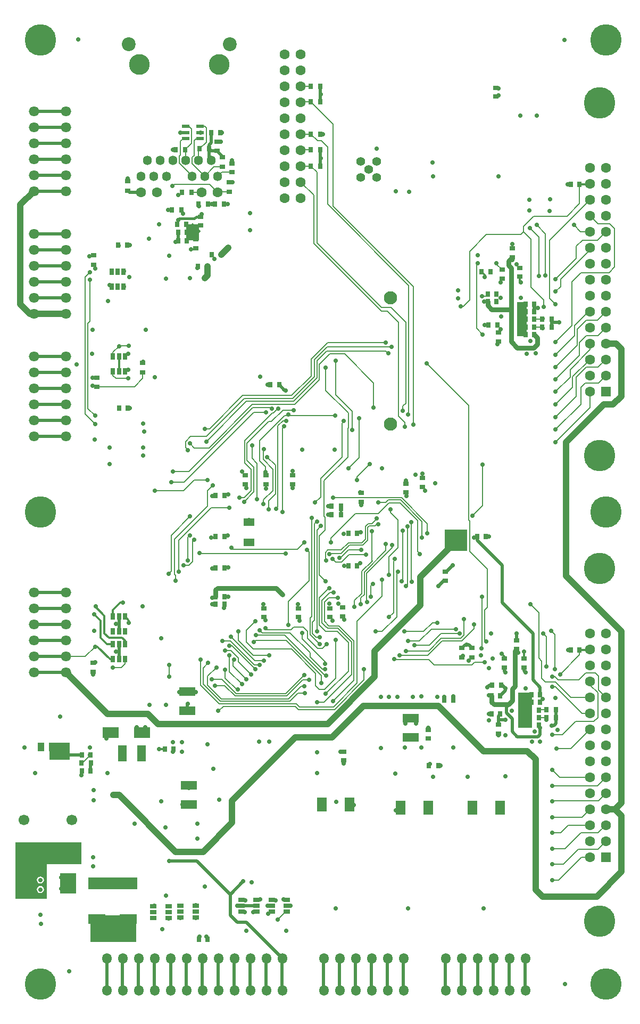
<source format=gbl>
G04 Layer_Physical_Order=4*
G04 Layer_Color=16711680*
%FSLAX44Y44*%
%MOMM*%
G71*
G01*
G75*
%ADD10R,0.8000X0.9000*%
%ADD11R,0.9000X0.8000*%
%ADD31R,2.6000X1.4000*%
%ADD36R,1.4000X2.6000*%
%ADD45R,1.5000X2.2000*%
%ADD62C,0.2000*%
%ADD63C,1.0000*%
%ADD64C,0.5000*%
%ADD66C,0.3000*%
%ADD67C,0.7500*%
%ADD73C,1.6000*%
%ADD74C,2.1000*%
%ADD75O,1.5000X1.7000*%
%ADD76O,1.4000X1.5000*%
%ADD77C,3.3000*%
%ADD78C,2.2000*%
%ADD79O,1.7000X1.5000*%
%ADD80C,1.4000*%
%ADD81R,1.6000X1.6000*%
%ADD82C,1.7000*%
%ADD83C,5.0000*%
%ADD84C,0.7000*%
%ADD85C,0.5000*%
%ADD87R,1.2000X0.6000*%
%ADD88R,0.6500X1.1000*%
%ADD89R,2.5000X1.7000*%
%ADD90R,2.5000X3.3000*%
%ADD91R,1.1000X0.6500*%
%ADD92R,2.8000X1.6000*%
%ADD93R,1.1000X1.4000*%
%ADD94R,1.7000X1.2500*%
%ADD95C,0.4000*%
%ADD96R,3.6000X3.4000*%
%ADD97R,2.2000X5.6000*%
%ADD98R,1.6000X5.5000*%
%ADD99R,3.3000X2.7000*%
%ADD100R,7.3000X4.2000*%
%ADD101R,7.8000X1.9000*%
%ADD102R,2.1000X2.5000*%
G36*
X415000Y540000D02*
X360000D01*
Y485000D01*
X310000D01*
Y575000D01*
X415000D01*
Y540000D01*
D02*
G37*
%LPC*%
G36*
X350000Y520608D02*
X347854Y520181D01*
X346035Y518965D01*
X344819Y517146D01*
X344392Y515000D01*
X344819Y512854D01*
X346035Y511035D01*
X347854Y509819D01*
X350000Y509392D01*
X352146Y509819D01*
X353965Y511035D01*
X355181Y512854D01*
X355608Y515000D01*
X355181Y517146D01*
X353965Y518965D01*
X352146Y520181D01*
X350000Y520608D01*
D02*
G37*
G36*
Y505608D02*
X347854Y505181D01*
X346035Y503965D01*
X344819Y502146D01*
X344392Y500000D01*
X344819Y497854D01*
X346035Y496035D01*
X347854Y494819D01*
X350000Y494392D01*
X352146Y494819D01*
X353965Y496035D01*
X355181Y497854D01*
X355608Y500000D01*
X355181Y502146D01*
X353965Y503965D01*
X352146Y505181D01*
X350000Y505608D01*
D02*
G37*
%LPD*%
D10*
X629000Y965000D02*
D03*
X643000D02*
D03*
X629000Y953000D02*
D03*
X643000D02*
D03*
X813380Y1109000D02*
D03*
X828620D02*
D03*
Y1096000D02*
D03*
X813380D02*
D03*
X1143000Y761000D02*
D03*
X1129000D02*
D03*
X1143000Y773000D02*
D03*
X1129000D02*
D03*
X1143000Y785000D02*
D03*
X1129000D02*
D03*
X1145500Y797500D02*
D03*
X1131500D02*
D03*
X1145500Y809500D02*
D03*
X1131500D02*
D03*
X1170620Y786000D02*
D03*
X1155380D02*
D03*
X1170620Y773000D02*
D03*
X1155380D02*
D03*
X983620Y697000D02*
D03*
X968380D02*
D03*
X1068000Y779000D02*
D03*
X1082000D02*
D03*
X1068000Y808000D02*
D03*
X1082000D02*
D03*
X1069000Y825000D02*
D03*
X1083000D02*
D03*
X1045000Y1061000D02*
D03*
X1059000D02*
D03*
X1136000Y1382000D02*
D03*
X1122000D02*
D03*
X1136000Y1394000D02*
D03*
X1122000D02*
D03*
X1136000Y1406000D02*
D03*
X1122000D02*
D03*
X1136000Y1418000D02*
D03*
X1122000D02*
D03*
X1136000Y1430000D02*
D03*
X1122000D02*
D03*
X1163620Y1406000D02*
D03*
X1148380D02*
D03*
X1163620Y1394000D02*
D03*
X1148380D02*
D03*
X1063000Y1397000D02*
D03*
X1077000D02*
D03*
X1062000Y1434000D02*
D03*
X1076000D02*
D03*
X1062000Y1446000D02*
D03*
X1076000D02*
D03*
X1066000Y1482000D02*
D03*
X1052000D02*
D03*
X795620Y1649500D02*
D03*
X780380D02*
D03*
X795620Y1675500D02*
D03*
X780380D02*
D03*
Y1700500D02*
D03*
X795620D02*
D03*
Y1751500D02*
D03*
X780380D02*
D03*
X795620Y1776500D02*
D03*
X780380D02*
D03*
X603380Y1677000D02*
D03*
X618620D02*
D03*
X580620Y1676000D02*
D03*
X565380D02*
D03*
X636000Y1703000D02*
D03*
X622000D02*
D03*
X575380Y1608000D02*
D03*
X590620D02*
D03*
X601380Y1589000D02*
D03*
X616620D02*
D03*
X628000Y1589000D02*
D03*
X642000D02*
D03*
X559380Y1580000D02*
D03*
X574620D02*
D03*
X568000Y1557000D02*
D03*
X582000D02*
D03*
X569000Y1544000D02*
D03*
X583000D02*
D03*
X569000Y1531000D02*
D03*
X583000D02*
D03*
X637620Y1509000D02*
D03*
X622380D02*
D03*
X615620Y1490000D02*
D03*
X600380D02*
D03*
X548000Y723000D02*
D03*
X562000D02*
D03*
X430000Y714000D02*
D03*
X416000D02*
D03*
X415380Y701000D02*
D03*
X430620D02*
D03*
X430000Y688000D02*
D03*
X416000D02*
D03*
X616000Y421000D02*
D03*
X602000D02*
D03*
X629000Y1011000D02*
D03*
X643000D02*
D03*
X993000Y801000D02*
D03*
X1007000D02*
D03*
X1208000Y1621000D02*
D03*
X1194000D02*
D03*
X1208000Y881000D02*
D03*
X1194000D02*
D03*
X488000Y1524000D02*
D03*
X474000D02*
D03*
X489000Y1265000D02*
D03*
X475000D02*
D03*
X730000Y1302000D02*
D03*
X716000D02*
D03*
X854000Y1014000D02*
D03*
X840000D02*
D03*
X854000Y1066000D02*
D03*
X840000D02*
D03*
X629000Y1126000D02*
D03*
X643000D02*
D03*
X629000Y1061000D02*
D03*
X643000D02*
D03*
D11*
X967000Y740000D02*
D03*
Y754000D02*
D03*
X1079000Y748000D02*
D03*
Y762000D02*
D03*
X1088000Y867000D02*
D03*
Y853000D02*
D03*
X1108000Y882000D02*
D03*
Y896000D02*
D03*
X1120000Y867000D02*
D03*
Y853000D02*
D03*
X1037000Y868380D02*
D03*
Y883620D02*
D03*
X1021000Y868380D02*
D03*
Y883620D02*
D03*
X994000Y1005000D02*
D03*
Y991000D02*
D03*
X1079000Y1371000D02*
D03*
Y1385000D02*
D03*
X1085000Y1485000D02*
D03*
Y1471000D02*
D03*
X1113000Y1488000D02*
D03*
Y1474000D02*
D03*
X1101000Y1505000D02*
D03*
Y1519000D02*
D03*
X631000Y1674000D02*
D03*
Y1688000D02*
D03*
X640000Y1648380D02*
D03*
Y1663620D02*
D03*
X655000Y1640000D02*
D03*
Y1654000D02*
D03*
X651000Y1623620D02*
D03*
Y1608380D02*
D03*
X605000Y1569000D02*
D03*
Y1555000D02*
D03*
X597000Y1519000D02*
D03*
Y1533000D02*
D03*
X513000Y1336620D02*
D03*
Y1321380D02*
D03*
X440000Y1299000D02*
D03*
Y1313000D02*
D03*
X434000Y860000D02*
D03*
Y846000D02*
D03*
X489000Y1625620D02*
D03*
Y1610380D02*
D03*
X435000Y1492380D02*
D03*
Y1507620D02*
D03*
X833000Y719000D02*
D03*
Y705000D02*
D03*
X709000Y1158000D02*
D03*
Y1144000D02*
D03*
X1075000Y1760000D02*
D03*
Y1774000D02*
D03*
X811000Y933000D02*
D03*
Y947000D02*
D03*
X958000Y1154000D02*
D03*
Y1140000D02*
D03*
X932000Y1145000D02*
D03*
Y1131000D02*
D03*
X706000Y933000D02*
D03*
Y947000D02*
D03*
X761000Y933000D02*
D03*
Y947000D02*
D03*
X831000Y934000D02*
D03*
Y948000D02*
D03*
X861000Y1130000D02*
D03*
Y1116000D02*
D03*
X751000Y1158000D02*
D03*
Y1144000D02*
D03*
X676000Y1158000D02*
D03*
Y1144000D02*
D03*
D31*
X939000Y741760D02*
D03*
Y772240D02*
D03*
X584000Y814240D02*
D03*
Y783760D02*
D03*
X586000Y634760D02*
D03*
Y665240D02*
D03*
D36*
X511240Y716000D02*
D03*
X480760D02*
D03*
D45*
X1082000Y630000D02*
D03*
X1038000D02*
D03*
X967000D02*
D03*
X923000D02*
D03*
X842000Y635000D02*
D03*
X798000D02*
D03*
D62*
X1031500Y1087000D02*
Y1269500D01*
Y1087000D02*
X1033000Y1085500D01*
Y1037000D02*
Y1085500D01*
Y1037000D02*
X1061000Y1009000D01*
Y948000D02*
Y1009000D01*
X1057000Y944000D02*
X1061000Y948000D01*
X966000Y1066000D02*
Y1081657D01*
X950000Y1037000D02*
X954000Y1033000D01*
X1130000Y953000D02*
X1143000Y940000D01*
X1038000Y1094000D02*
X1054000Y1110000D01*
X1019000Y899000D02*
X1024000Y904000D01*
Y930000D01*
X1053000Y886000D02*
Y965000D01*
X1051000Y884000D02*
X1053000Y886000D01*
X1051000Y884000D02*
X1052000Y883000D01*
X1199000Y1556000D02*
X1209600Y1545400D01*
X1224600D01*
X619000Y1232000D02*
X672000Y1285000D01*
X807000Y1369000D02*
X900000D01*
X781000Y1343000D02*
X807000Y1369000D01*
X781000Y1316000D02*
Y1343000D01*
X750000Y1285000D02*
X781000Y1316000D01*
X672000Y1285000D02*
X750000D01*
X753000Y1276000D02*
X790000Y1313000D01*
X678000Y1276000D02*
X753000D01*
X614000Y1212000D02*
X678000Y1276000D01*
X751343Y1280000D02*
X786000Y1314657D01*
X674000Y1280000D02*
X751343D01*
X613828Y1219828D02*
X674000Y1280000D01*
X786000Y1314657D02*
Y1341657D01*
X794000Y1310000D02*
Y1334000D01*
X755000Y1271000D02*
X794000Y1310000D01*
X612000Y1232000D02*
X619000D01*
X900000Y1356000D02*
X904000Y1352000D01*
X806343Y1362000D02*
X909000D01*
X786000Y1341657D02*
X806343Y1362000D01*
X588828Y1219828D02*
X613828D01*
X581000Y1212000D02*
X588828Y1219828D01*
X581000Y1202000D02*
Y1212000D01*
Y1202000D02*
X585000Y1198000D01*
X902000Y1419000D02*
X920000Y1401000D01*
Y1252000D02*
Y1401000D01*
X908000Y1425000D02*
X932000Y1401000D01*
X806000Y1356000D02*
X900000D01*
X790000Y1340000D02*
X806000Y1356000D01*
X790000Y1313000D02*
Y1340000D01*
X834000Y1351000D02*
X880000Y1305000D01*
X811000Y1351000D02*
X834000D01*
X794000Y1334000D02*
X811000Y1351000D01*
X595172Y1201828D02*
X618172D01*
X588000Y1209000D02*
X595172Y1201828D01*
X688000Y1266000D02*
X716000D01*
X586000Y1164000D02*
X688000Y1266000D01*
X555000Y838000D02*
Y857000D01*
X579000Y1147000D02*
X690000Y1258000D01*
X1136000Y1394000D02*
X1149000D01*
X1224600Y1570800D02*
X1237400Y1558000D01*
X1256000D01*
X1264000Y1550000D01*
Y1489000D02*
Y1550000D01*
X1255200Y1480200D02*
X1264000Y1489000D01*
X1210200Y1480200D02*
X1255200D01*
X1196000Y1466000D02*
X1210200Y1480200D01*
X1196000Y1396000D02*
Y1466000D01*
X1170000Y1370000D02*
X1196000Y1396000D01*
X1160500Y1439500D02*
X1170000Y1430000D01*
X1160500Y1532100D02*
X1224600Y1596200D01*
X1160500Y1439500D02*
Y1532100D01*
X1224600Y1516600D02*
Y1520000D01*
X1178000Y1470000D02*
X1224600Y1516600D01*
X1178000Y1458000D02*
Y1470000D01*
X1170000Y1450000D02*
X1178000Y1458000D01*
X1236600Y1532000D02*
X1250000Y1545400D01*
X1213000Y1532000D02*
X1236600D01*
X1203000Y1522000D02*
X1213000Y1532000D01*
X1203000Y1503000D02*
Y1522000D01*
X1170000Y1470000D02*
X1203000Y1503000D01*
X728000Y452000D02*
X740500Y464500D01*
X742000D01*
X690000Y1258000D02*
X709000D01*
X1140000Y1556000D02*
X1154000Y1542000D01*
Y1476000D02*
Y1542000D01*
X1129000Y1551000D02*
X1143000Y1537000D01*
Y1475000D02*
Y1537000D01*
X1222400Y1418400D02*
X1224600D01*
X1200000Y1396000D02*
X1222400Y1418400D01*
X1200000Y1380000D02*
Y1396000D01*
X1170000Y1350000D02*
X1200000Y1380000D01*
X1236600Y1405000D02*
X1250000Y1418400D01*
X1219000Y1405000D02*
X1236600D01*
X1204000Y1390000D02*
X1219000Y1405000D01*
X1204000Y1364500D02*
Y1390000D01*
X1170000Y1330500D02*
X1204000Y1364500D01*
X1237000Y1380000D02*
X1250000Y1393000D01*
X1219000Y1380000D02*
X1237000D01*
X1208000Y1369000D02*
X1219000Y1380000D01*
X1208000Y1349000D02*
Y1369000D01*
X1170000Y1311000D02*
X1208000Y1349000D01*
X1224600Y1357756D02*
Y1367600D01*
X1193000Y1326156D02*
X1224600Y1357756D01*
X1193000Y1314000D02*
Y1326156D01*
X1170000Y1291000D02*
X1193000Y1314000D01*
X1197000Y1314600D02*
X1224600Y1342200D01*
X1197000Y1298000D02*
Y1314600D01*
X1170000Y1271000D02*
X1197000Y1298000D01*
X1237800Y1330000D02*
X1250000Y1342200D01*
X1219000Y1330000D02*
X1237800D01*
X1203000Y1314000D02*
X1219000Y1330000D01*
X1203000Y1284000D02*
Y1314000D01*
X1170000Y1251000D02*
X1203000Y1284000D01*
X1238200Y1305000D02*
X1250000Y1316800D01*
X1217000Y1305000D02*
X1238200D01*
X1210000Y1298000D02*
X1217000Y1305000D01*
X1210000Y1271000D02*
Y1298000D01*
X1170000Y1231000D02*
X1210000Y1271000D01*
X1224600Y1265634D02*
Y1291400D01*
X1170000Y1211034D02*
X1224600Y1265634D01*
X767657Y833000D02*
X778000D01*
X742157Y807500D02*
X767657Y833000D01*
X659651Y807500D02*
X742157D01*
X740500Y811500D02*
X770000Y841000D01*
X661308Y811500D02*
X740500D01*
X644000Y836000D02*
Y849000D01*
X651000Y846000D02*
Y872000D01*
Y846000D02*
X671000Y826000D01*
X746998Y908000D02*
X778999Y875999D01*
Y869658D02*
Y875999D01*
Y869658D02*
X798657Y850000D01*
X803000D01*
X739000Y904000D02*
X803000Y840000D01*
X805000D01*
X945000Y888000D02*
X969000D01*
X935000Y895000D02*
X953000D01*
X1163000Y911000D02*
X1169000Y905000D01*
Y850000D02*
Y905000D01*
X1150000Y907000D02*
X1155000Y902000D01*
Y854000D02*
Y902000D01*
X421400Y870400D02*
X437000Y886000D01*
X390400Y870400D02*
X421400D01*
X764200Y1776500D02*
X780380D01*
X764400Y1675500D02*
X780380D01*
Y1700500D02*
X790880Y1690000D01*
X764000Y1649700D02*
X780180D01*
X764000Y1700500D02*
X780380D01*
X764000Y1751300D02*
X769700D01*
X764200Y1751500D02*
X780380D01*
X935000Y1255000D02*
X936000Y1256000D01*
X926999Y1267999D02*
X932000Y1273000D01*
X926999Y1260998D02*
Y1267999D01*
X920000Y1252000D02*
X930000Y1242000D01*
X932000Y1273000D02*
Y1401000D01*
X930000Y1235000D02*
Y1242000D01*
X900000Y1038657D02*
Y1049000D01*
X865500Y969000D02*
Y1004157D01*
X900000Y1038657D01*
X860000Y963500D02*
X865500Y969000D01*
X860000Y953000D02*
Y963500D01*
X910000Y1043000D02*
Y1047000D01*
X869500Y1002500D02*
X910000Y1043000D01*
X869500Y957500D02*
X870000Y957000D01*
X869500Y957500D02*
Y1002500D01*
X830000Y1241000D02*
X834000Y1245000D01*
X830000Y1187000D02*
Y1241000D01*
X804000Y1293000D02*
X840000Y1257000D01*
Y1233692D02*
Y1257000D01*
X839500Y1233192D02*
X840000Y1233692D01*
X839500Y1187500D02*
Y1233192D01*
X801500Y1149500D02*
X839500Y1187500D01*
X804000Y1293000D02*
Y1329000D01*
X796000Y1153000D02*
X830000Y1187000D01*
X796000Y1124000D02*
Y1153000D01*
X787000Y1115000D02*
X796000Y1124000D01*
X804000Y811000D02*
X805000Y812000D01*
Y809000D02*
Y812000D01*
X917000Y933000D02*
Y1003000D01*
X919000Y1005000D01*
X728000Y1237000D02*
X736000Y1245000D01*
X728000Y1108000D02*
Y1237000D01*
X735000Y1233000D02*
X738000Y1236000D01*
X735000Y1100000D02*
Y1233000D01*
X736000Y1245000D02*
X741000D01*
X679000Y1209000D02*
X713500Y1243500D01*
X820000Y1286000D02*
Y1340000D01*
Y1286000D02*
X846000Y1260000D01*
Y1230000D02*
Y1260000D01*
X675000Y1178000D02*
Y1213000D01*
Y1178000D02*
X685000Y1168000D01*
Y1134000D02*
Y1168000D01*
X674000Y1123000D02*
X685000Y1134000D01*
X667000Y1123000D02*
X674000D01*
X679000Y1182000D02*
Y1209000D01*
Y1182000D02*
X690000Y1171000D01*
Y1132000D02*
Y1171000D01*
X674000Y1116000D02*
X690000Y1132000D01*
X725000Y1105000D02*
X728000Y1108000D01*
X604500Y1033500D02*
X740000D01*
X603000Y1035000D02*
X604500Y1033500D01*
X801500Y1093308D02*
Y1149500D01*
Y1093308D02*
X803000Y1091808D01*
Y1071000D02*
Y1091808D01*
X794000Y1062000D02*
X803000Y1071000D01*
X794000Y1000000D02*
Y1062000D01*
Y1000000D02*
X804000Y990000D01*
X885000Y1080000D02*
X888000D01*
X882500Y1077500D02*
X885000Y1080000D01*
X873500Y1077500D02*
X882500D01*
X877843Y1081500D02*
X885000Y1088657D01*
Y1090000D01*
X877500Y1022814D02*
Y1069772D01*
Y1022814D02*
X878000Y1022314D01*
X871000Y1055000D02*
Y1075000D01*
X867000Y1056657D02*
Y1076657D01*
X871843Y1081500D01*
X871000Y1075000D02*
X873500Y1077500D01*
X871843Y1081500D02*
X877843D01*
X907000Y1099000D02*
X919000Y1087000D01*
X907000Y1099000D02*
Y1104000D01*
X1237000Y773000D02*
Y812743D01*
X1231000Y767000D02*
X1237000Y773000D01*
X1202000Y767000D02*
X1231000D01*
X1238000Y817400D02*
X1250000Y805400D01*
X1238000Y817400D02*
Y839000D01*
X1233000Y844000D02*
X1238000Y839000D01*
X1194000Y724000D02*
X1224600Y754600D01*
X1171000Y724000D02*
X1194000D01*
X779000Y905343D02*
X794343Y890000D01*
X861343Y1051000D02*
X867000Y1056657D01*
X840343Y1051000D02*
X861343D01*
X828842Y1039499D02*
X840343Y1051000D01*
X807307Y1039499D02*
X828842D01*
X803499Y1035691D02*
X807307Y1039499D01*
X803499Y1024501D02*
Y1035691D01*
Y1024501D02*
X805000Y1023000D01*
X810500Y1033500D02*
X828500D01*
X809999Y1032999D02*
X810500Y1033500D01*
X828500D02*
X842000Y1047000D01*
X863000D01*
X871000Y1055000D01*
X790000Y798000D02*
X801000D01*
X809000Y964000D02*
X823000D01*
X802000Y957000D02*
X809000Y964000D01*
X802000Y926000D02*
Y957000D01*
X811000Y972000D02*
X817000D01*
X798000Y959000D02*
X811000Y972000D01*
X798000Y924000D02*
Y959000D01*
X809000Y979000D02*
X810000D01*
X794000Y964000D02*
X809000Y979000D01*
X794000Y920000D02*
Y964000D01*
X940500Y989500D02*
Y1083500D01*
Y989500D02*
X941000Y989000D01*
X940000Y1084000D02*
X940500Y1083500D01*
X934000Y984000D02*
Y1077000D01*
X932000Y982000D02*
X934000Y984000D01*
X927000Y992000D02*
Y1070000D01*
X925000Y990000D02*
X927000Y992000D01*
X912000Y940000D02*
Y1022000D01*
X905000Y933000D02*
X912000Y940000D01*
X850000Y949000D02*
Y959157D01*
X861500Y970657D01*
Y1005814D01*
X878000Y1022314D01*
X705000Y1113000D02*
Y1119000D01*
X720000Y1134000D01*
X713000Y1117808D02*
X724000Y1128808D01*
X713000Y1104000D02*
Y1117808D01*
X724000Y1128808D02*
Y1174000D01*
X695000Y1120000D02*
Y1177000D01*
X919000Y1043000D02*
Y1087000D01*
X905000Y1029000D02*
X919000Y1043000D01*
X905000Y1000000D02*
Y1029000D01*
X841000Y1032000D02*
X868000D01*
X829096Y1020096D02*
X841000Y1032000D01*
X819904Y1020096D02*
X829096D01*
X815000Y1025000D02*
X819904Y1020096D01*
X840657Y1040000D02*
X861000D01*
X827657Y1027000D02*
X840657Y1040000D01*
X745000Y920000D02*
Y958000D01*
X778000Y991000D01*
Y1036000D01*
X774000Y1040000D02*
X778000Y1036000D01*
X783000Y907000D02*
X789000Y901000D01*
X795000D01*
X779000Y905343D02*
Y931000D01*
X782000Y1091000D02*
X782000Y1091000D01*
Y934000D02*
Y1091000D01*
X779000Y931000D02*
X782000Y934000D01*
X790000Y1071000D02*
X796500Y1077500D01*
X790000Y1064657D02*
Y1071000D01*
X790000Y1064657D02*
X790000Y1064657D01*
X790000Y1061343D02*
Y1064657D01*
Y1061343D02*
X790000Y1061343D01*
X786000Y1066314D02*
X786000Y1066314D01*
X786000Y1059686D02*
Y1066314D01*
Y1059686D02*
X786000Y1059686D01*
X790000Y910000D02*
Y1061343D01*
X786000Y1066314D02*
Y1081000D01*
Y928000D02*
Y1059686D01*
Y1081000D02*
X790000Y1085000D01*
X783000Y925000D02*
X786000Y928000D01*
X783000Y907000D02*
Y925000D01*
X876000Y983000D02*
X879000Y986000D01*
X876000Y965000D02*
Y983000D01*
X1165000Y690000D02*
X1176600Y678400D01*
X1224600D01*
X1165000Y665000D02*
X1236600D01*
X1250000Y678400D01*
X1166000Y641000D02*
X1238000D01*
X1250000Y653000D01*
X1165000Y615000D02*
X1212000D01*
X1224600Y627600D01*
X1165000Y590000D02*
X1178000D01*
X1190200Y602200D01*
X1224600D01*
X1165000Y565000D02*
X1185000D01*
X1210000Y590000D01*
X1237800D01*
X1250000Y602200D01*
X1165000Y540000D02*
X1182000D01*
X1206000Y564000D01*
X1237200D01*
X1250000Y576800D01*
X1165000Y515000D02*
X1175000D01*
X1211400Y551400D01*
X1224600D01*
X513000Y1312000D02*
Y1321380D01*
X500000Y1299000D02*
X513000Y1312000D01*
X440000Y1299000D02*
X500000D01*
X421000Y1256000D02*
X437000Y1240000D01*
X421000Y1256000D02*
Y1473000D01*
X429000Y1481000D01*
X425850Y1264150D02*
X437000Y1253000D01*
X425850Y1264150D02*
Y1399850D01*
X429000Y1403000D01*
Y1469000D01*
X417000Y701000D02*
X430000Y714000D01*
X1088000Y867000D02*
Y870500D01*
X1076000Y1494000D02*
X1085000Y1485000D01*
X1053000Y1443000D02*
X1059000D01*
X1136000Y1406000D02*
X1148000D01*
X470000Y1312000D02*
X490000D01*
X465500Y1316500D02*
X470000Y1312000D01*
X465500Y1316500D02*
Y1323000D01*
X657000Y855000D02*
X678000Y834000D01*
X657000Y855000D02*
Y863000D01*
X665000Y862000D02*
X685000Y842000D01*
X665000Y862000D02*
Y868000D01*
X653000Y880000D02*
X665000Y868000D01*
X644000Y880000D02*
X653000D01*
X655000Y887000D02*
X692000Y850000D01*
X651000Y887000D02*
X655000D01*
X687000Y1185000D02*
Y1206000D01*
X720000Y1134000D02*
Y1168000D01*
X711000Y1187000D02*
X724000Y1174000D01*
X687000Y1185000D02*
X695000Y1177000D01*
X704500Y1183500D02*
X720000Y1168000D01*
X969000Y888000D02*
X988000Y907000D01*
X1017000D01*
X953000Y895000D02*
X972000Y914000D01*
X1011000D01*
X988000Y899000D02*
X1019000D01*
X968000Y879000D02*
X988000Y899000D01*
X932000Y879000D02*
X968000D01*
X1040000Y914343D02*
Y921000D01*
X1020657Y895000D02*
X1040000Y914343D01*
X989657Y895000D02*
X1020657D01*
X966657Y872000D02*
X989657Y895000D01*
X922000Y872000D02*
X966657D01*
X767000Y898000D02*
Y908000D01*
X799000Y883000D02*
X806000Y890000D01*
X791000Y883000D02*
X799000D01*
X775000Y899000D02*
X791000Y883000D01*
X775000Y899000D02*
Y910000D01*
X768000Y917000D02*
X775000Y910000D01*
X753000Y917000D02*
X768000D01*
X749000Y913000D02*
X753000Y917000D01*
X710000Y913000D02*
X749000D01*
X803000Y859000D02*
Y862000D01*
X767000Y898000D02*
X803000Y862000D01*
X765000Y823000D02*
X770000D01*
X745000Y803000D02*
X765000Y823000D01*
X638000Y803000D02*
X745000D01*
X616000Y825000D02*
X638000Y803000D01*
X760000Y812000D02*
X771000D01*
X747000Y799000D02*
X760000Y812000D01*
X636343Y799000D02*
X747000D01*
X609000Y826343D02*
X636343Y799000D01*
X585000Y1023000D02*
Y1060000D01*
X588000Y1063000D01*
X578000Y1015000D02*
X586192D01*
X592000Y1020808D01*
Y1053000D01*
X595000Y1056000D01*
X605000Y824686D02*
Y865000D01*
Y824686D02*
X634686Y795000D01*
X757000D01*
X762000Y790000D01*
X816192D01*
X894000Y966000D02*
Y992000D01*
X578000Y1134000D02*
X595000Y1151000D01*
X616000D01*
X532000Y1134000D02*
X578000D01*
X563500Y1000808D02*
X565000Y999308D01*
Y991000D02*
Y999308D01*
X609000Y826343D02*
Y852000D01*
X617000Y860000D01*
X616000Y825000D02*
Y839000D01*
X630000Y853000D01*
X623000Y834000D02*
X638808D01*
X661308Y811500D01*
X628000Y824000D02*
X643151D01*
X659651Y807500D01*
X641000Y791000D02*
X755343D01*
X760343Y786000D01*
X818000D01*
X716000Y1266000D02*
X718000Y1264000D01*
X618172Y1201828D02*
X687343Y1271000D01*
X755000D01*
X719500Y1257500D02*
X720692D01*
X727442Y1264250D02*
X728250D01*
X720692Y1257500D02*
X727442Y1264250D01*
X675000Y1213000D02*
X719500Y1257500D01*
X713500Y1243500D02*
X717500D01*
X704500Y1198500D02*
X706000Y1200000D01*
X704500Y1183500D02*
Y1198500D01*
X708500Y1163500D02*
Y1171500D01*
X699000Y1181000D02*
X708500Y1171500D01*
X699000Y1181000D02*
Y1213657D01*
X738343Y1253000D01*
X1151000Y1426000D02*
Y1437000D01*
X1131000Y1457000D02*
X1151000Y1437000D01*
X1019000Y1427000D02*
X1023000D01*
X880000Y1266000D02*
Y1305000D01*
X560000Y1618000D02*
X563000Y1621000D01*
X619000D01*
X590620Y1608000D02*
X606600D01*
X581150Y1658900D02*
Y1675470D01*
X601450Y1658900D02*
Y1675070D01*
X626480Y1648380D02*
X640000D01*
X611600Y1633500D02*
X626480Y1648380D01*
X631900Y1633500D02*
X638400Y1640000D01*
X655000D01*
X591300Y1633500D02*
Y1634108D01*
X571150Y1654258D02*
X591300Y1634108D01*
X571150Y1654258D02*
Y1665392D01*
X573000Y1667242D01*
Y1689000D01*
X577500Y1693500D01*
X581500D01*
X603380Y1677000D02*
X614000Y1687620D01*
Y1710000D01*
X611500Y1712500D02*
X614000Y1710000D01*
X604500Y1712500D02*
X611500D01*
X581500D02*
X586500D01*
X590500Y1708500D01*
Y1685500D02*
Y1708500D01*
X585000Y1680000D02*
X590500Y1685500D01*
X598000Y1693500D02*
X604500D01*
X594500Y1690000D02*
X598000Y1693500D01*
X594500Y1666592D02*
Y1690000D01*
X591450Y1663542D02*
X594500Y1666592D01*
X591450Y1653650D02*
Y1663542D01*
Y1653650D02*
X611600Y1633500D01*
X1041000Y861000D02*
X1057000D01*
X1037000Y857000D02*
X1041000Y861000D01*
X977000Y857000D02*
X1037000D01*
X913000Y866000D02*
X913500Y865500D01*
X968500D01*
X977000Y857000D01*
X797000Y828000D02*
Y840343D01*
X741343Y896000D02*
X797000Y840343D01*
X690657Y857000D02*
X699000D01*
X652657Y895000D02*
X690657Y857000D01*
X640000Y895000D02*
X652657D01*
X653000Y902000D02*
X691000Y864000D01*
X706000D01*
X665000Y895657D02*
Y910000D01*
Y895657D02*
X688657Y872000D01*
X714000D01*
X699000Y912000D02*
X703000Y908000D01*
X693000Y904000D02*
X739000D01*
X703000Y908000D02*
X746998D01*
X708000Y915000D02*
X710000Y913000D01*
X693000Y896000D02*
X741343D01*
X690000Y893000D02*
X693000Y896000D01*
X818000Y786000D02*
X865000Y833000D01*
Y850000D01*
X816192Y790000D02*
X854000Y827808D01*
Y926000D01*
X894000Y966000D01*
X816000Y799000D02*
X849000Y832000D01*
Y895000D01*
X801000Y798000D02*
X845000Y842000D01*
X805000Y812000D02*
X840000Y847000D01*
Y892686D01*
X825000Y919000D02*
X849000Y895000D01*
X809000Y919000D02*
X825000D01*
X802000Y926000D02*
X809000Y919000D01*
X845000Y842000D02*
Y893343D01*
X823343Y915000D02*
X845000Y893343D01*
X807343Y915000D02*
X823343D01*
X805343Y917000D02*
X807343Y915000D01*
X805000Y917000D02*
X805343D01*
X798000Y924000D02*
X805000Y917000D01*
X822686Y910000D02*
X840000Y892686D01*
X804000Y910000D02*
X822686D01*
X794000Y920000D02*
X804000Y910000D01*
X820000Y836000D02*
Y897000D01*
X802000Y818000D02*
X820000Y836000D01*
X794000Y818000D02*
X802000D01*
X788000Y824000D02*
X794000Y818000D01*
X788000Y824000D02*
Y843686D01*
X749686Y882000D02*
X788000Y843686D01*
X689000Y882000D02*
X749686D01*
X678000Y893000D02*
X689000Y882000D01*
X678000Y893000D02*
Y912000D01*
X692000Y926000D01*
X693000Y927000D01*
X717500Y1243500D02*
X736000Y1262000D01*
X753000D01*
X738343Y1253000D02*
X819000D01*
X1131000Y1457000D02*
Y1533000D01*
X1119000Y1545000D02*
X1131000Y1533000D01*
X1119000Y1545000D02*
Y1554000D01*
X1135000Y1570000D01*
X1188000D01*
X1208000Y1590000D01*
Y1621000D01*
X634000Y784000D02*
X641000Y791000D01*
X633000Y784000D02*
X634000D01*
X644000Y836000D02*
X663000Y817000D01*
X484500Y858500D02*
Y866000D01*
X479000Y853000D02*
X484500Y858500D01*
X465000Y853000D02*
X479000D01*
X1218000Y844000D02*
X1233000D01*
X1177000Y842000D02*
X1208000Y873000D01*
Y881000D01*
X1144000Y786000D02*
X1155000D01*
X1155500Y786500D01*
X1143000Y773000D02*
X1155380D01*
X1057000Y897000D02*
X1060000Y894000D01*
X1057000Y897000D02*
Y944000D01*
X1033000Y1437000D02*
Y1514000D01*
X1060000Y1541000D01*
X1115000D01*
X1119000Y1545000D01*
X1023000Y1427000D02*
X1033000Y1437000D01*
X1054000Y1110000D02*
Y1175000D01*
X1044000Y1392000D02*
X1054000Y1382000D01*
X1044000Y1392000D02*
Y1493000D01*
X1046000Y1495000D01*
X1207000Y833000D02*
X1218000Y844000D01*
X1165000Y822000D02*
X1170000D01*
X1212000Y780000D01*
X1224600D01*
X1165000Y838000D02*
X1169000D01*
X1174000Y833000D01*
X1207000D01*
X1194600Y805400D02*
X1224600D01*
X1170000Y830000D02*
X1194600Y805400D01*
X1154000Y830000D02*
X1170000D01*
X654000Y1043000D02*
X656000Y1041000D01*
X759000D01*
X770000Y1052000D01*
X900000Y1115000D02*
X904000Y1119000D01*
X888000Y1115000D02*
X900000D01*
X812000Y1052000D02*
Y1058000D01*
X851000Y1097000D01*
X887657D01*
X904657Y1114000D01*
X922343D01*
X904000Y1119000D02*
X923000D01*
X957000Y1085000D01*
Y1059000D02*
Y1085000D01*
X924657Y1123000D02*
X966000Y1081657D01*
X816000Y1123000D02*
X924657D01*
X922343Y1114000D02*
X950000Y1086343D01*
X476000Y1364000D02*
X491000D01*
X465500Y1347000D02*
Y1353500D01*
X475000Y1363000D01*
X1148000Y836000D02*
Y863000D01*
X1143000Y868000D02*
X1148000Y863000D01*
Y836000D02*
X1154000Y830000D01*
X1165000Y746000D02*
X1181000D01*
X1202000Y767000D01*
X950000Y1037000D02*
Y1086343D01*
X632380Y1608380D02*
X651000D01*
X619000Y1621000D02*
X632000Y1608000D01*
X883500Y910000D02*
X894000D01*
X917000Y933000D01*
X929000Y910000D02*
X960000D01*
X974000Y924000D01*
X982000D01*
X854000Y1151000D02*
Y1156000D01*
X874000Y1176000D01*
X857000Y1186000D02*
Y1249000D01*
X840000Y1169000D02*
X857000Y1186000D01*
X764000Y1624300D02*
X785000Y1603300D01*
X780380Y1649500D02*
X790000Y1639880D01*
X797000Y1690000D02*
X807000Y1680000D01*
X790880Y1690000D02*
X797000D01*
X780380Y1751500D02*
X816000Y1715880D01*
X785000Y1527000D02*
Y1603300D01*
Y1527000D02*
X893000Y1419000D01*
X902000D01*
X790000Y1527657D02*
Y1639880D01*
Y1527657D02*
X892657Y1425000D01*
X908000D01*
X944000Y1239000D02*
Y1457657D01*
X807000Y1589000D02*
Y1680000D01*
Y1589000D02*
X936000Y1460000D01*
Y1256000D02*
Y1460000D01*
X816000Y1585657D02*
Y1715880D01*
Y1585657D02*
X944000Y1457657D01*
X965000Y1336000D02*
X1031500Y1269500D01*
X561000Y1164000D02*
X586000D01*
X558000Y1147000D02*
X579000D01*
X570000Y1055000D02*
X622000Y1107000D01*
X570000Y1005000D02*
Y1055000D01*
X622000Y1107000D02*
X651000D01*
X563500Y1000808D02*
Y1056500D01*
X616000Y1109000D01*
Y1134000D01*
X624000Y1142000D01*
X558000Y1063000D02*
X588000Y1093000D01*
X558000Y1006000D02*
Y1063000D01*
X554000Y1002000D02*
X558000Y1006000D01*
X1143000Y868000D02*
Y940000D01*
X1224600Y825143D02*
X1237000Y812743D01*
X1224600Y825143D02*
Y830800D01*
D63*
X1187000Y1211000D02*
X1246500Y1270500D01*
X1187000Y998000D02*
Y1211000D01*
Y998000D02*
X1275000Y910000D01*
X1261500Y1270500D02*
X1275000Y1284000D01*
X1246500Y1270500D02*
X1261500D01*
X955000Y997000D02*
X1017000Y1059000D01*
X339600Y1415000D02*
X390400D01*
X1250000Y627600D02*
X1264600D01*
X1275000Y638000D01*
X1266400Y1367600D02*
X1275000Y1359000D01*
X1250000Y1367600D02*
X1266400D01*
X1264600Y627600D02*
X1275000Y617200D01*
Y528000D02*
Y617200D01*
X1236000Y489000D02*
X1275000Y528000D01*
X1149000Y489000D02*
X1236000D01*
X1138000Y500000D02*
X1149000Y489000D01*
X1138000Y500000D02*
Y707000D01*
X1125000Y720000D02*
X1138000Y707000D01*
X1055601Y720000D02*
X1125000D01*
X983600Y792000D02*
X1055601Y720000D01*
X655000Y641000D02*
X756000Y742000D01*
X655000Y606000D02*
Y641000D01*
X609000Y560000D02*
X655000Y606000D01*
X565000Y560000D02*
X609000D01*
X475000Y650000D02*
X565000Y560000D01*
X466000Y650000D02*
X475000D01*
X390400Y845000D02*
X456400Y779000D01*
X521000D01*
X537000Y763000D01*
X333000Y1415000D02*
X339600D01*
X318000Y1430000D02*
X333000Y1415000D01*
X318000Y1430000D02*
Y1588400D01*
X339600Y1610000D01*
X882000Y879000D02*
X955000Y952000D01*
X756000Y742000D02*
X814000D01*
X864000Y792000D01*
X983600D01*
X537000Y763000D02*
X807000D01*
X882000Y838000D01*
Y879000D01*
X955000Y952000D02*
Y997000D01*
X637620Y1509000D02*
X648620Y1520000D01*
X615620Y1475620D02*
Y1490000D01*
X612000Y1472000D02*
X615620Y1475620D01*
X1275000Y638000D02*
Y910000D01*
Y1284000D02*
Y1359000D01*
D64*
X1045000Y1055000D02*
Y1061000D01*
Y1055000D02*
X1085000Y1015000D01*
Y956000D02*
Y1015000D01*
Y956000D02*
X1134000Y907000D01*
X339600Y1440400D02*
X390400D01*
X339600Y1465800D02*
X390400D01*
X339600Y1491200D02*
X390400D01*
X339600Y1516600D02*
X390400D01*
X339600Y1542000D02*
X390400D01*
X339600Y1610000D02*
X390400D01*
X339600Y1635400D02*
X390400D01*
X339600Y1660800D02*
X390400D01*
X339600Y1686200D02*
X390400D01*
X339600Y1711600D02*
X390400D01*
X339600Y1737000D02*
X390400D01*
X670000Y474000D02*
X694000D01*
X996000Y1005000D02*
X1006000Y1015000D01*
X994000Y1005000D02*
X996000D01*
X983000Y982000D02*
X992000Y991000D01*
X994000D01*
X795620Y1751500D02*
Y1776500D01*
Y1649500D02*
Y1675500D01*
X730000Y1302000D02*
X739000Y1293000D01*
X475000Y910000D02*
Y934000D01*
Y866000D02*
Y890000D01*
X430000Y688000D02*
Y700380D01*
X396000Y714000D02*
X416000D01*
X491380Y1608000D02*
X510000D01*
X618620Y1662030D02*
X621750Y1658900D01*
X618620Y1662030D02*
Y1677000D01*
X640000Y1663620D02*
Y1665000D01*
X631000Y1674000D02*
X640000Y1665000D01*
X621620Y1674000D02*
X631000D01*
X618620Y1677000D02*
X621620Y1674000D01*
X618620Y1677000D02*
Y1683620D01*
X622000Y1687000D01*
Y1703000D01*
X616620Y1589000D02*
X622310D01*
X628000D01*
X339200Y1347000D02*
X390000D01*
X339200Y1321600D02*
X390000D01*
X339200Y1296200D02*
X390000D01*
X339200Y1270800D02*
X390000D01*
X339200Y1245400D02*
X390000D01*
X339600Y972000D02*
X390400D01*
X339200Y946600D02*
X390000D01*
X339200Y921200D02*
X390000D01*
X339200Y895800D02*
X390000D01*
X339200Y870400D02*
X390000D01*
X455600Y339200D02*
Y390000D01*
X480600Y339800D02*
Y390600D01*
X506000Y339800D02*
Y390600D01*
X531400Y339800D02*
Y390600D01*
X557200Y339600D02*
Y390400D01*
X582200Y339800D02*
Y390600D01*
X607600Y339800D02*
Y390600D01*
X633000Y339800D02*
Y390600D01*
X658400Y339800D02*
Y390600D01*
X683800Y339800D02*
Y390600D01*
X709200Y339800D02*
Y390600D01*
X800600Y337200D02*
Y388000D01*
X826000Y339800D02*
Y390600D01*
X851400Y339800D02*
Y390600D01*
X876800Y339800D02*
Y390600D01*
X902200Y339800D02*
Y390600D01*
X927600Y339800D02*
Y390600D01*
X994600Y339800D02*
Y390600D01*
X1020000Y339800D02*
Y390600D01*
X1045800Y339600D02*
Y390400D01*
X1070800Y339800D02*
Y390600D01*
X1096200Y339800D02*
Y390600D01*
X1121600Y339800D02*
Y390600D01*
X1136000Y1418000D02*
Y1430000D01*
X677400Y448000D02*
X735000Y390400D01*
X663000Y448000D02*
X677400D01*
X652000Y459000D02*
X663000Y448000D01*
X652000Y459000D02*
Y492000D01*
X673000Y513000D01*
X734600Y339800D02*
Y390600D01*
X1108000Y896000D02*
Y907000D01*
X1088000Y847000D02*
Y853000D01*
Y847000D02*
X1090000Y845000D01*
X1120000Y847500D02*
Y853000D01*
Y847500D02*
X1122500Y845000D01*
X1083000Y825000D02*
X1085000D01*
X1090000Y820000D01*
X1082000Y808000D02*
X1090000Y816000D01*
Y820000D01*
X1065000Y825000D02*
X1069000D01*
X1061000Y821000D02*
X1065000Y825000D01*
X1170620Y763380D02*
Y773000D01*
Y786000D01*
X1163620Y1394000D02*
Y1401000D01*
X1164000D02*
X1176380D01*
X339200Y1220000D02*
X339600D01*
X390000D01*
X339600Y845000D02*
X390000D01*
X1079000Y776000D02*
X1082000Y779000D01*
X1079000Y770000D02*
X1090000D01*
X1079000Y762000D02*
Y770000D01*
Y776000D01*
X1145000Y746000D02*
Y757000D01*
X1142000Y743000D02*
X1145000Y746000D01*
X1109000Y743000D02*
X1142000D01*
X1101000Y751000D02*
X1109000Y743000D01*
X1101000Y751000D02*
Y771686D01*
X1092000Y780686D02*
X1101000Y771686D01*
X1092000Y780686D02*
Y790314D01*
X1095000Y793314D01*
Y794000D01*
X599000Y545000D02*
X652000Y492000D01*
X554000Y545000D02*
X555000D01*
X599000D01*
X1170380Y763380D02*
X1170620D01*
X1167000Y760000D02*
X1170380Y763380D01*
X1164000Y760000D02*
X1167000D01*
X584000Y783760D02*
Y794000D01*
X585000Y795000D01*
X1021000Y883620D02*
X1026380Y889000D01*
X1028000D01*
X1031620D01*
X1037000Y883620D01*
X569000Y1531000D02*
X569000Y1531000D01*
Y1544000D01*
X1145500Y809500D02*
Y821500D01*
X1134000Y833000D02*
X1145500Y821500D01*
X1134000Y833000D02*
Y907000D01*
D66*
X437000Y886000D02*
X441000D01*
X461000Y866000D01*
X465500D01*
X436000Y937000D02*
X446000Y927000D01*
Y900000D02*
Y927000D01*
Y900000D02*
X456000Y890000D01*
X465500D01*
X437000Y950000D02*
X452000Y935000D01*
Y907000D02*
Y935000D01*
Y907000D02*
X459000Y900000D01*
X480000D01*
X484500Y895500D01*
Y890000D02*
Y895500D01*
X491000Y924000D02*
Y927500D01*
X484500Y934000D02*
X491000Y927500D01*
X477000Y956000D02*
X481000D01*
X465500Y944500D02*
X477000Y956000D01*
X465500Y934000D02*
Y944500D01*
X538500Y723500D02*
X547500D01*
X1208000Y1621000D02*
X1224000D01*
X1208000Y881000D02*
X1224000D01*
X1057000Y1473000D02*
Y1475000D01*
X1058000Y1476000D01*
X1052000Y1482000D02*
X1058000Y1476000D01*
X1120000Y867000D02*
Y878000D01*
X1120000Y867000D02*
X1120000Y867000D01*
X1084000Y874500D02*
X1088000Y870500D01*
X475000Y1323000D02*
Y1347000D01*
Y1349000D01*
X1113000Y1467000D02*
Y1474000D01*
X569000Y1564000D02*
X571000Y1566000D01*
D67*
X1062000Y1428000D02*
Y1434000D01*
Y1428000D02*
X1068000Y1422000D01*
X1099000D01*
Y1487632D01*
X1095000Y1491632D02*
X1099000Y1487632D01*
X1095000Y1491632D02*
Y1499000D01*
X1101000Y1505000D01*
X1099000Y1371000D02*
Y1422000D01*
Y1371000D02*
X1109000Y1361000D01*
X1135000D01*
X1141000Y1367000D01*
Y1377000D01*
X1136000Y1382000D02*
X1141000Y1377000D01*
X629000Y965000D02*
Y976000D01*
X632000Y979000D01*
X725000D01*
X735000Y969000D01*
X1101000Y819000D02*
X1105000Y823000D01*
X1101000Y800000D02*
Y819000D01*
X1105000Y823000D02*
Y879000D01*
X1108000Y882000D01*
X1068000Y798000D02*
Y808000D01*
Y798000D02*
X1072000Y794000D01*
X1095000D01*
X1101000Y800000D01*
D73*
X738600Y1751300D02*
D03*
Y1802100D02*
D03*
Y1776700D02*
D03*
Y1827500D02*
D03*
Y1725900D02*
D03*
Y1700500D02*
D03*
Y1675100D02*
D03*
Y1649700D02*
D03*
Y1624300D02*
D03*
Y1598900D02*
D03*
X764000D02*
D03*
Y1624300D02*
D03*
Y1649700D02*
D03*
Y1675100D02*
D03*
Y1700500D02*
D03*
Y1725900D02*
D03*
Y1751300D02*
D03*
Y1776700D02*
D03*
Y1802100D02*
D03*
Y1827500D02*
D03*
X535400Y1608000D02*
D03*
X510000D02*
D03*
X606600D02*
D03*
X632000D02*
D03*
X1224600Y1647000D02*
D03*
Y1621600D02*
D03*
Y1596200D02*
D03*
Y1570800D02*
D03*
Y1545400D02*
D03*
X1250000D02*
D03*
Y1570800D02*
D03*
Y1596200D02*
D03*
Y1621600D02*
D03*
Y1647000D02*
D03*
Y1520000D02*
D03*
Y1494600D02*
D03*
Y1469200D02*
D03*
Y1443800D02*
D03*
Y1418400D02*
D03*
Y1393000D02*
D03*
Y1367600D02*
D03*
Y1342200D02*
D03*
Y1316800D02*
D03*
X1224600Y1291400D02*
D03*
Y1316800D02*
D03*
Y1342200D02*
D03*
Y1367600D02*
D03*
Y1393000D02*
D03*
Y1418400D02*
D03*
Y1520000D02*
D03*
Y1469200D02*
D03*
Y1494600D02*
D03*
Y1443800D02*
D03*
Y907000D02*
D03*
Y881600D02*
D03*
Y856200D02*
D03*
Y830800D02*
D03*
Y805400D02*
D03*
X1250000D02*
D03*
Y830800D02*
D03*
Y856200D02*
D03*
Y881600D02*
D03*
Y907000D02*
D03*
Y780000D02*
D03*
Y754600D02*
D03*
Y729200D02*
D03*
Y703800D02*
D03*
Y678400D02*
D03*
Y653000D02*
D03*
Y627600D02*
D03*
Y602200D02*
D03*
Y576800D02*
D03*
X1224600Y551400D02*
D03*
Y576800D02*
D03*
Y602200D02*
D03*
Y627600D02*
D03*
Y653000D02*
D03*
Y678400D02*
D03*
Y780000D02*
D03*
Y729200D02*
D03*
Y754600D02*
D03*
Y703800D02*
D03*
D74*
X907500Y1440000D02*
D03*
Y1240000D02*
D03*
D75*
X684200Y339600D02*
D03*
X658800D02*
D03*
X633400D02*
D03*
X608000D02*
D03*
X582600D02*
D03*
X557200D02*
D03*
X531800D02*
D03*
X506400D02*
D03*
X481000D02*
D03*
X455600D02*
D03*
Y390400D02*
D03*
X481000D02*
D03*
X506400D02*
D03*
X531800D02*
D03*
X557200D02*
D03*
X582600D02*
D03*
X608000D02*
D03*
X633400D02*
D03*
X658800D02*
D03*
X684200D02*
D03*
X709600Y339600D02*
D03*
X735000D02*
D03*
X709600Y390400D02*
D03*
X735000D02*
D03*
X928000D02*
D03*
X902600D02*
D03*
X928000Y339600D02*
D03*
X902600D02*
D03*
X877200Y390400D02*
D03*
X851800D02*
D03*
X826400D02*
D03*
X801000D02*
D03*
Y339600D02*
D03*
X826400D02*
D03*
X851800D02*
D03*
X877200D02*
D03*
X1122000Y390400D02*
D03*
X1096600D02*
D03*
X1122000Y339600D02*
D03*
X1096600D02*
D03*
X1071200Y390400D02*
D03*
X1045800D02*
D03*
X1020400D02*
D03*
X995000D02*
D03*
Y339600D02*
D03*
X1020400D02*
D03*
X1045800D02*
D03*
X1071200D02*
D03*
D76*
X510100Y1633500D02*
D03*
X530400D02*
D03*
X550700D02*
D03*
X591300D02*
D03*
X611600D02*
D03*
X631900D02*
D03*
X621750Y1658900D02*
D03*
X601450D02*
D03*
X581150D02*
D03*
X560850D02*
D03*
X540550D02*
D03*
X520250D02*
D03*
D77*
X634500Y1811200D02*
D03*
X507500D02*
D03*
D78*
X651650Y1843000D02*
D03*
X490350D02*
D03*
D79*
X390400Y1415000D02*
D03*
Y1440400D02*
D03*
X339600Y1415000D02*
D03*
Y1440400D02*
D03*
X390400Y1465800D02*
D03*
Y1491200D02*
D03*
Y1516600D02*
D03*
Y1542000D02*
D03*
X339600D02*
D03*
Y1516600D02*
D03*
Y1491200D02*
D03*
Y1465800D02*
D03*
X390400Y1220000D02*
D03*
Y1245400D02*
D03*
X339600Y1220000D02*
D03*
Y1245400D02*
D03*
X390400Y1270800D02*
D03*
Y1296200D02*
D03*
Y1321600D02*
D03*
Y1347000D02*
D03*
X339600D02*
D03*
Y1321600D02*
D03*
Y1296200D02*
D03*
Y1270800D02*
D03*
X390400Y1610000D02*
D03*
Y1635400D02*
D03*
X339600Y1610000D02*
D03*
Y1635400D02*
D03*
X390400Y1660800D02*
D03*
Y1686200D02*
D03*
Y1711600D02*
D03*
Y1737000D02*
D03*
X339600D02*
D03*
Y1711600D02*
D03*
Y1686200D02*
D03*
Y1660800D02*
D03*
X390400Y845000D02*
D03*
Y870400D02*
D03*
X339600Y845000D02*
D03*
Y870400D02*
D03*
X390400Y895800D02*
D03*
Y921200D02*
D03*
Y946600D02*
D03*
Y972000D02*
D03*
X339600D02*
D03*
Y946600D02*
D03*
Y921200D02*
D03*
Y895800D02*
D03*
D80*
X860000Y1656700D02*
D03*
X885400D02*
D03*
X860000Y1631300D02*
D03*
X885400D02*
D03*
X872700Y1644000D02*
D03*
D81*
X1250000Y1291400D02*
D03*
Y551400D02*
D03*
D82*
X324200Y610800D02*
D03*
Y560000D02*
D03*
X400400Y610800D02*
D03*
Y560000D02*
D03*
D83*
X1250000Y350000D02*
D03*
X1240000Y450000D02*
D03*
Y1010000D02*
D03*
Y1750000D02*
D03*
X1250000Y1850000D02*
D03*
X350000Y350000D02*
D03*
Y1850000D02*
D03*
X1240000Y1190000D02*
D03*
X1250000Y1100000D02*
D03*
X350000D02*
D03*
D84*
X937000Y1609000D02*
D03*
X916000Y1610000D02*
D03*
X1064000Y1061000D02*
D03*
X1008000Y1050000D02*
D03*
X1000000Y1042000D02*
D03*
X954000Y1033000D02*
D03*
X1130000Y953000D02*
D03*
X1040000Y1059000D02*
D03*
X1017000D02*
D03*
X1024000Y930000D02*
D03*
X1053000Y965000D02*
D03*
X410000Y1851000D02*
D03*
X396000Y370000D02*
D03*
X1184000Y1850000D02*
D03*
X1185000Y350000D02*
D03*
X654000Y1043000D02*
D03*
X595000Y1056000D02*
D03*
X588000Y1063000D02*
D03*
X1199000Y1556000D02*
D03*
X900000Y1369000D02*
D03*
X612000Y1232000D02*
D03*
X904000Y1352000D02*
D03*
X909000Y1362000D02*
D03*
X944000Y1239000D02*
D03*
X555000Y838000D02*
D03*
Y857000D02*
D03*
X585000Y1198000D02*
D03*
X1015000Y1439000D02*
D03*
Y1452000D02*
D03*
X588000Y1209000D02*
D03*
X614000Y1212000D02*
D03*
X1170000Y804000D02*
D03*
X1149000Y1392000D02*
D03*
X663000Y474000D02*
D03*
X700000Y484000D02*
D03*
X689000Y464000D02*
D03*
X676000Y483000D02*
D03*
X675000Y464000D02*
D03*
X748000Y474000D02*
D03*
X712000D02*
D03*
X728000Y452000D02*
D03*
X724000Y483000D02*
D03*
X712500Y461500D02*
D03*
X737000Y484000D02*
D03*
X741000Y434000D02*
D03*
X678000D02*
D03*
X983000Y982000D02*
D03*
X1006000Y1015000D02*
D03*
X600000Y581000D02*
D03*
Y605000D02*
D03*
X709000Y1258000D02*
D03*
X1140000Y1556000D02*
D03*
X1129000Y1551000D02*
D03*
X1154000Y1476000D02*
D03*
X1143000Y1475000D02*
D03*
X1170000Y1211034D02*
D03*
Y1231000D02*
D03*
Y1251000D02*
D03*
Y1271000D02*
D03*
Y1291000D02*
D03*
Y1311000D02*
D03*
Y1330500D02*
D03*
Y1350000D02*
D03*
Y1370000D02*
D03*
Y1430000D02*
D03*
Y1450000D02*
D03*
Y1470000D02*
D03*
X778000Y833000D02*
D03*
X770000Y841000D02*
D03*
X644000Y849000D02*
D03*
X803000Y850000D02*
D03*
X805000Y840000D02*
D03*
X945000Y888000D02*
D03*
X935000Y895000D02*
D03*
X1163000Y911000D02*
D03*
X1150000Y907000D02*
D03*
X465000Y853000D02*
D03*
X1155000Y854000D02*
D03*
X1169000Y850000D02*
D03*
X800000Y1700000D02*
D03*
X437000Y1487000D02*
D03*
X926999Y1260998D02*
D03*
X930000Y1235000D02*
D03*
X935000Y1255000D02*
D03*
X900000Y1049000D02*
D03*
X860000Y953000D02*
D03*
X910000Y1047000D02*
D03*
X870000Y957000D02*
D03*
X833000Y1245000D02*
D03*
X804000Y1329000D02*
D03*
X787000Y1115000D02*
D03*
X806000Y890000D02*
D03*
X919000Y1005000D02*
D03*
X712000Y1302000D02*
D03*
X740000Y1293000D02*
D03*
X700000Y1315000D02*
D03*
X738000Y1236000D02*
D03*
X741000Y1245000D02*
D03*
X820000Y1340000D02*
D03*
X846000Y1230000D02*
D03*
X674000Y1116000D02*
D03*
X667000Y1123000D02*
D03*
X885000Y1677000D02*
D03*
X1079000Y1633000D02*
D03*
Y1762000D02*
D03*
Y1773000D02*
D03*
X974000Y1655000D02*
D03*
X975000Y1633000D02*
D03*
X735000Y1100000D02*
D03*
X725000Y1105000D02*
D03*
X740000Y1033500D02*
D03*
X966000Y1066000D02*
D03*
X957000Y1059000D02*
D03*
X888000Y1080000D02*
D03*
X885000Y1090000D02*
D03*
X877500Y1069772D02*
D03*
X860000Y1068000D02*
D03*
X907000Y1104000D02*
D03*
X1165000Y838000D02*
D03*
Y822000D02*
D03*
X1171000Y724000D02*
D03*
X794343Y890000D02*
D03*
X767000Y908000D02*
D03*
X805000Y1023000D02*
D03*
X809999Y1032999D02*
D03*
X828000Y719000D02*
D03*
X804000Y811000D02*
D03*
X790000Y798000D02*
D03*
X816000Y799000D02*
D03*
X823000Y964000D02*
D03*
X817000Y972000D02*
D03*
X810000Y979000D02*
D03*
X918000Y806000D02*
D03*
X699000Y912000D02*
D03*
X693000Y904000D02*
D03*
X1022000Y871000D02*
D03*
X1032000Y864000D02*
D03*
X940000Y1084000D02*
D03*
X941000Y989000D02*
D03*
X934000Y1077000D02*
D03*
X932000Y982000D02*
D03*
X927000Y1070000D02*
D03*
X925000Y990000D02*
D03*
X914000Y1025000D02*
D03*
X905000Y933000D02*
D03*
X850000Y949000D02*
D03*
X962000Y1134000D02*
D03*
X705000Y1113000D02*
D03*
X713000Y1104000D02*
D03*
X695000Y1120000D02*
D03*
X804000Y990000D02*
D03*
X868000Y1032000D02*
D03*
X815000Y1025000D02*
D03*
X861000Y1040000D02*
D03*
X826000Y1027000D02*
D03*
X774000Y1040000D02*
D03*
X795000Y901000D02*
D03*
X782000Y1091000D02*
D03*
X796500Y1077500D02*
D03*
X790000Y1085000D02*
D03*
Y910000D02*
D03*
X808000Y1109000D02*
D03*
Y1096000D02*
D03*
X828500Y1103500D02*
D03*
X874000Y1176000D02*
D03*
X947000Y1159000D02*
D03*
X932000Y1150000D02*
D03*
X978000Y1146000D02*
D03*
X933000Y1125000D02*
D03*
X958000Y1161000D02*
D03*
X905000Y1000000D02*
D03*
X894000Y992000D02*
D03*
X879000Y986000D02*
D03*
X876000Y965000D02*
D03*
X824000Y954000D02*
D03*
X818000Y1199000D02*
D03*
X767000D02*
D03*
X603000Y1035000D02*
D03*
X515000Y1228000D02*
D03*
X532000Y1314000D02*
D03*
X542000Y899000D02*
D03*
X437000Y886000D02*
D03*
X434000Y842000D02*
D03*
X437000Y861000D02*
D03*
X436000Y937000D02*
D03*
X438000Y950000D02*
D03*
X470000Y922000D02*
D03*
X485000Y910000D02*
D03*
X465000D02*
D03*
X481000Y956000D02*
D03*
X491000Y924000D02*
D03*
X513000Y950000D02*
D03*
X470000Y878000D02*
D03*
X436000Y911000D02*
D03*
X1165000Y690000D02*
D03*
Y665000D02*
D03*
Y640000D02*
D03*
Y615000D02*
D03*
Y590000D02*
D03*
Y565000D02*
D03*
Y540000D02*
D03*
Y515000D02*
D03*
X1080000Y627000D02*
D03*
X1041000D02*
D03*
X956000Y807000D02*
D03*
X1007000D02*
D03*
X905000Y806000D02*
D03*
X892000D02*
D03*
X967000Y740000D02*
D03*
Y757000D02*
D03*
X970000Y699000D02*
D03*
X987000Y697000D02*
D03*
X948000Y764000D02*
D03*
X931000D02*
D03*
X948000Y740000D02*
D03*
X930000D02*
D03*
X1090000Y680000D02*
D03*
X1030000Y679000D02*
D03*
X975000D02*
D03*
X915000Y684000D02*
D03*
X964000Y626000D02*
D03*
X916000D02*
D03*
X1007000Y726000D02*
D03*
X956000D02*
D03*
X930000D02*
D03*
X892000Y725000D02*
D03*
X849000Y634000D02*
D03*
X821000Y639000D02*
D03*
X800000Y632000D02*
D03*
X790000Y718000D02*
D03*
Y685000D02*
D03*
X820000Y470000D02*
D03*
X935000D02*
D03*
X1055000D02*
D03*
X678000Y1138000D02*
D03*
X671000Y1164000D02*
D03*
X709000Y1137000D02*
D03*
X708500Y1163500D02*
D03*
X751000Y1138000D02*
D03*
Y1165000D02*
D03*
X859000Y1131000D02*
D03*
X833000Y1065000D02*
D03*
X833250Y1014250D02*
D03*
X859250Y1018250D02*
D03*
X810000Y954000D02*
D03*
X815250Y927250D02*
D03*
X833250Y929250D02*
D03*
X762250Y927250D02*
D03*
X760250Y953250D02*
D03*
X705250D02*
D03*
X708250Y928250D02*
D03*
X642250Y947250D02*
D03*
X649250Y965250D02*
D03*
X623250Y953250D02*
D03*
Y963250D02*
D03*
Y1010250D02*
D03*
X649250Y1012250D02*
D03*
X622250Y1059250D02*
D03*
X648250Y1062250D02*
D03*
X649250Y1128250D02*
D03*
X475250Y1265250D02*
D03*
X492250D02*
D03*
X474250Y1523250D02*
D03*
X492250Y1524250D02*
D03*
X483250Y1482250D02*
D03*
X473250D02*
D03*
X463250Y1481250D02*
D03*
X491250Y1473250D02*
D03*
X483250Y1458250D02*
D03*
X473250D02*
D03*
X460250Y1460250D02*
D03*
X513250Y1338250D02*
D03*
X433250Y1300250D02*
D03*
X437000Y1240000D02*
D03*
Y1253000D02*
D03*
X429000Y1481000D02*
D03*
Y1469000D02*
D03*
X460350Y1202350D02*
D03*
X460000Y1176000D02*
D03*
X513350Y1240350D02*
D03*
Y1202350D02*
D03*
Y1189350D02*
D03*
X436350Y1215350D02*
D03*
X517900Y1389800D02*
D03*
X432900D02*
D03*
X575000Y719000D02*
D03*
X561000D02*
D03*
X575000Y734000D02*
D03*
X561000D02*
D03*
X616000Y731000D02*
D03*
X538500Y723500D02*
D03*
X517000Y758000D02*
D03*
X503000D02*
D03*
X511000Y709000D02*
D03*
Y722000D02*
D03*
X468000Y745000D02*
D03*
X455000Y740000D02*
D03*
X484000Y707000D02*
D03*
X483000Y725000D02*
D03*
X457000Y685000D02*
D03*
X415000Y682000D02*
D03*
X429000Y726000D02*
D03*
X389000Y710000D02*
D03*
Y730000D02*
D03*
X342000Y685000D02*
D03*
X325000Y726000D02*
D03*
X349000D02*
D03*
X381000Y775000D02*
D03*
X1190000Y881000D02*
D03*
X1189000Y1621000D02*
D03*
X1138000Y1379000D02*
D03*
X1057000Y1473000D02*
D03*
X1053000Y1443000D02*
D03*
X1056500Y1434500D02*
D03*
X1057000Y1397000D02*
D03*
X1149000Y1407000D02*
D03*
X1130000Y1372000D02*
D03*
X1077000Y1367000D02*
D03*
X1082500Y1465000D02*
D03*
X1115000D02*
D03*
X1082500Y1390000D02*
D03*
X1115000D02*
D03*
X1082500Y1440000D02*
D03*
X1115000D02*
D03*
Y1415000D02*
D03*
X1122500Y795000D02*
D03*
Y820000D02*
D03*
X1090000D02*
D03*
X1122500Y770000D02*
D03*
X1090000D02*
D03*
X1122500Y845000D02*
D03*
X1090000D02*
D03*
X1107500Y1493500D02*
D03*
X1101000Y1500000D02*
D03*
X1076000Y1495000D02*
D03*
X1066000Y1483000D02*
D03*
X1155000Y786000D02*
D03*
X1154880Y769500D02*
D03*
X1110500Y876000D02*
D03*
X1120000Y878000D02*
D03*
X1084000Y874500D02*
D03*
X569000Y1564000D02*
D03*
X565000Y1529000D02*
D03*
X589500Y1517500D02*
D03*
X577000Y1574000D02*
D03*
X607000Y1573000D02*
D03*
X1079000Y745000D02*
D03*
X1090000D02*
D03*
X1137000Y751000D02*
D03*
X1064000Y769000D02*
D03*
Y779000D02*
D03*
Y809000D02*
D03*
X1061000Y821000D02*
D03*
X1064000Y852000D02*
D03*
X1145000Y757000D02*
D03*
X1149000Y803000D02*
D03*
X350000Y515000D02*
D03*
Y500000D02*
D03*
Y460000D02*
D03*
X351000Y445000D02*
D03*
X383000Y519000D02*
D03*
Y501000D02*
D03*
X434000Y551000D02*
D03*
Y537000D02*
D03*
X439000Y425000D02*
D03*
X455000D02*
D03*
X470000D02*
D03*
X485000D02*
D03*
X499000D02*
D03*
X431000Y514000D02*
D03*
X450000D02*
D03*
X468000D02*
D03*
X500000Y605000D02*
D03*
X435000Y658000D02*
D03*
Y642000D02*
D03*
X573000Y465000D02*
D03*
X597000D02*
D03*
X573000Y455000D02*
D03*
Y474000D02*
D03*
X597000Y455000D02*
D03*
Y475000D02*
D03*
X544000Y437000D02*
D03*
X603500Y425500D02*
D03*
X531000Y474000D02*
D03*
X554000Y473000D02*
D03*
X530000Y464000D02*
D03*
X554000D02*
D03*
Y454000D02*
D03*
X475000Y1363000D02*
D03*
X491000Y1364000D02*
D03*
X432350Y1351350D02*
D03*
X433250Y1313250D02*
D03*
X475000Y1349000D02*
D03*
X490000Y1351000D02*
D03*
Y1326000D02*
D03*
Y1312000D02*
D03*
X745000Y920000D02*
D03*
X664000Y818000D02*
D03*
X671000Y826000D02*
D03*
X678000Y834000D02*
D03*
X685000Y842000D02*
D03*
X692000Y850000D02*
D03*
X658000Y865000D02*
D03*
X651000Y872000D02*
D03*
X644000Y880000D02*
D03*
X651000Y887000D02*
D03*
X699000Y857000D02*
D03*
X706000Y864000D02*
D03*
X714000Y872000D02*
D03*
X640000Y895000D02*
D03*
X653000Y902000D02*
D03*
X665000Y910000D02*
D03*
X588000Y1472000D02*
D03*
X612000D02*
D03*
X600000Y1488000D02*
D03*
X687000Y1206000D02*
D03*
X711000Y1187000D02*
D03*
X1017000Y907000D02*
D03*
X1011000Y914000D02*
D03*
X1040000Y921000D02*
D03*
X932000Y879000D02*
D03*
X922000Y872000D02*
D03*
X770000Y823000D02*
D03*
X803000Y859000D02*
D03*
X771000Y812000D02*
D03*
X630000Y853000D02*
D03*
X617000Y860000D02*
D03*
X578000Y1015000D02*
D03*
X585000Y1023000D02*
D03*
X651000Y1107000D02*
D03*
X570000Y1005000D02*
D03*
X605000Y865000D02*
D03*
X623250Y1125250D02*
D03*
X616000Y1151000D02*
D03*
X624000Y1142000D02*
D03*
X565000Y991000D02*
D03*
X623000Y834000D02*
D03*
X628000Y824000D02*
D03*
X718000Y1264000D02*
D03*
X728250Y1264250D02*
D03*
X706000Y1200000D02*
D03*
X819000Y1253000D02*
D03*
X1151000Y1426000D02*
D03*
X1019000Y1427000D02*
D03*
X880000Y1266000D02*
D03*
X816000Y1123000D02*
D03*
X1052000Y883000D02*
D03*
X982000Y806000D02*
D03*
X993000D02*
D03*
X614000Y425000D02*
D03*
X550000Y490000D02*
D03*
X523000Y1534000D02*
D03*
X539000Y1557000D02*
D03*
X553000Y1580000D02*
D03*
X560000Y1618000D02*
D03*
X569000Y1604000D02*
D03*
X602000Y1586000D02*
D03*
X622310Y1589000D02*
D03*
X648000Y1589000D02*
D03*
X489000Y1630000D02*
D03*
X655000Y1659000D02*
D03*
X637000Y1688000D02*
D03*
X573000Y1703000D02*
D03*
X639000D02*
D03*
X561000Y1676000D02*
D03*
X1051000Y872000D02*
D03*
X1057000Y861000D02*
D03*
X913000Y866000D02*
D03*
X797000Y828000D02*
D03*
X708000Y915000D02*
D03*
X690000Y893000D02*
D03*
X865000Y850000D02*
D03*
X820000Y897000D02*
D03*
X692000Y926000D02*
D03*
X542000Y640000D02*
D03*
X576000Y635000D02*
D03*
X596000D02*
D03*
X586000Y661000D02*
D03*
X625000Y692000D02*
D03*
X745000Y1255000D02*
D03*
X753000Y1262000D02*
D03*
X682000Y1087000D02*
D03*
Y1051000D02*
D03*
X684000Y1575000D02*
D03*
Y1548000D02*
D03*
X656000Y1624000D02*
D03*
X796000Y1662000D02*
D03*
Y1764000D02*
D03*
X1128000Y1596000D02*
D03*
Y1579000D02*
D03*
X1161000Y1597000D02*
D03*
X1160000Y1578000D02*
D03*
X1114000Y1730000D02*
D03*
X1140000Y1730000D02*
D03*
X1046000Y1508000D02*
D03*
X833000Y700000D02*
D03*
X698000Y735000D02*
D03*
X714000D02*
D03*
X1083000Y1411000D02*
D03*
X1101000Y1526000D02*
D03*
X1142000Y1424000D02*
D03*
X894000Y1169000D02*
D03*
X861000Y1111000D02*
D03*
X735000Y969000D02*
D03*
X633000Y784000D02*
D03*
X686500Y511500D02*
D03*
X673000Y513000D02*
D03*
X549000Y599000D02*
D03*
X524000Y793000D02*
D03*
X550000D02*
D03*
X571000Y814000D02*
D03*
X597000D02*
D03*
X1177000Y842000D02*
D03*
X1108000Y907000D02*
D03*
X1100000Y784000D02*
D03*
X1145000Y735000D02*
D03*
X943000Y806000D02*
D03*
X1176000Y1401000D02*
D03*
X1138000Y1352000D02*
D03*
X1124000Y1351000D02*
D03*
X1067000Y907000D02*
D03*
X1060000Y894000D02*
D03*
X1046000Y1495000D02*
D03*
X1038000Y1094000D02*
D03*
X770000Y1052000D02*
D03*
X812000D02*
D03*
X888000Y1115000D02*
D03*
X408000Y1334000D02*
D03*
X1132000Y735000D02*
D03*
X466000Y650000D02*
D03*
X634620Y642380D02*
D03*
X537000Y763000D02*
D03*
X612000Y505000D02*
D03*
X555000Y545000D02*
D03*
X1165000Y746000D02*
D03*
X1164000Y760000D02*
D03*
X1173000Y754000D02*
D03*
X555000Y1507000D02*
D03*
X550000Y1471000D02*
D03*
X428000Y1506000D02*
D03*
X458000Y1435000D02*
D03*
X429000Y714000D02*
D03*
X585000Y795000D02*
D03*
X605000Y1703000D02*
D03*
X883500Y910000D02*
D03*
X1028000Y889000D02*
D03*
X929000Y910000D02*
D03*
X982000Y924000D02*
D03*
X854000Y1151000D02*
D03*
X840000Y1169000D02*
D03*
X857000Y1249000D02*
D03*
X1070000Y867000D02*
D03*
X627000Y1502000D02*
D03*
X648620Y1520000D02*
D03*
X965000Y1336000D02*
D03*
X1054000Y1175000D02*
D03*
Y1382000D02*
D03*
X532000Y1134000D02*
D03*
X561000Y1164000D02*
D03*
X558000Y1147000D02*
D03*
X588000Y1093000D02*
D03*
X554000Y1002000D02*
D03*
D85*
X592000Y1546000D02*
D03*
X602000D02*
D03*
X582000D02*
D03*
X592000Y1556000D02*
D03*
Y1536000D02*
D03*
D87*
X581500Y1693500D02*
D03*
Y1703000D02*
D03*
Y1712500D02*
D03*
X604500D02*
D03*
Y1703000D02*
D03*
Y1693500D02*
D03*
D88*
X465500Y910000D02*
D03*
X484500D02*
D03*
Y934000D02*
D03*
X475000D02*
D03*
X465500D02*
D03*
X475000Y910000D02*
D03*
X484500Y890000D02*
D03*
X465500D02*
D03*
Y866000D02*
D03*
X475000D02*
D03*
X484500D02*
D03*
X475000Y890000D02*
D03*
X465500Y1323000D02*
D03*
X484500D02*
D03*
Y1347000D02*
D03*
X475000D02*
D03*
X465500D02*
D03*
X475000Y1323000D02*
D03*
X482500Y1482000D02*
D03*
X463500D02*
D03*
Y1458000D02*
D03*
X473000D02*
D03*
X482500D02*
D03*
X473000Y1482000D02*
D03*
D89*
X512000Y749000D02*
D03*
X462000D02*
D03*
D90*
X394500Y510000D02*
D03*
X325500D02*
D03*
D91*
X694000Y464500D02*
D03*
Y483500D02*
D03*
X670000D02*
D03*
Y474000D02*
D03*
Y464500D02*
D03*
X694000Y474000D02*
D03*
X573000Y474500D02*
D03*
Y455500D02*
D03*
X597000D02*
D03*
Y465000D02*
D03*
Y474500D02*
D03*
X573000Y465000D02*
D03*
X530000Y473500D02*
D03*
Y454500D02*
D03*
X554000D02*
D03*
Y464000D02*
D03*
Y473500D02*
D03*
X530000Y464000D02*
D03*
X742000Y464500D02*
D03*
Y483500D02*
D03*
X718000D02*
D03*
Y474000D02*
D03*
Y464500D02*
D03*
X742000Y474000D02*
D03*
D92*
X490000Y510000D02*
D03*
Y453000D02*
D03*
X440000Y510000D02*
D03*
Y453000D02*
D03*
D93*
X351110Y726300D02*
D03*
X368890D02*
D03*
D94*
X681998Y1052000D02*
D03*
Y1084000D02*
D03*
D95*
X598000Y1569000D02*
X605000D01*
X571000Y1566000D02*
X595000D01*
X598000Y1569000D01*
D96*
X1011000Y1055000D02*
D03*
D97*
X1121000Y785000D02*
D03*
D98*
X1116000Y1406500D02*
D03*
D99*
X380500Y719500D02*
D03*
D100*
X466500Y438000D02*
D03*
D101*
X465000Y509500D02*
D03*
D102*
X592500Y1544500D02*
D03*
M02*

</source>
